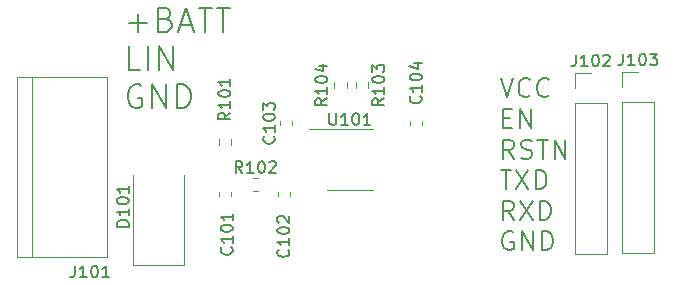
<source format=gbr>
%TF.GenerationSoftware,KiCad,Pcbnew,7.0.2*%
%TF.CreationDate,2023-10-12T22:53:16+02:00*%
%TF.ProjectId,tja1018-breakout,746a6131-3031-4382-9d62-7265616b6f75,rev?*%
%TF.SameCoordinates,Original*%
%TF.FileFunction,Legend,Top*%
%TF.FilePolarity,Positive*%
%FSLAX46Y46*%
G04 Gerber Fmt 4.6, Leading zero omitted, Abs format (unit mm)*
G04 Created by KiCad (PCBNEW 7.0.2) date 2023-10-12 22:53:16*
%MOMM*%
%LPD*%
G01*
G04 APERTURE LIST*
%ADD10C,0.150000*%
%ADD11C,0.120000*%
G04 APERTURE END LIST*
D10*
X63876190Y-77313333D02*
X65400000Y-77313333D01*
X64638095Y-78075238D02*
X64638095Y-76551428D01*
X67019047Y-77027619D02*
X67304761Y-77122857D01*
X67304761Y-77122857D02*
X67399999Y-77218095D01*
X67399999Y-77218095D02*
X67495237Y-77408571D01*
X67495237Y-77408571D02*
X67495237Y-77694285D01*
X67495237Y-77694285D02*
X67399999Y-77884761D01*
X67399999Y-77884761D02*
X67304761Y-77980000D01*
X67304761Y-77980000D02*
X67114285Y-78075238D01*
X67114285Y-78075238D02*
X66352380Y-78075238D01*
X66352380Y-78075238D02*
X66352380Y-76075238D01*
X66352380Y-76075238D02*
X67019047Y-76075238D01*
X67019047Y-76075238D02*
X67209523Y-76170476D01*
X67209523Y-76170476D02*
X67304761Y-76265714D01*
X67304761Y-76265714D02*
X67399999Y-76456190D01*
X67399999Y-76456190D02*
X67399999Y-76646666D01*
X67399999Y-76646666D02*
X67304761Y-76837142D01*
X67304761Y-76837142D02*
X67209523Y-76932380D01*
X67209523Y-76932380D02*
X67019047Y-77027619D01*
X67019047Y-77027619D02*
X66352380Y-77027619D01*
X68257142Y-77503809D02*
X69209523Y-77503809D01*
X68066666Y-78075238D02*
X68733332Y-76075238D01*
X68733332Y-76075238D02*
X69399999Y-78075238D01*
X69780952Y-76075238D02*
X70923809Y-76075238D01*
X70352380Y-78075238D02*
X70352380Y-76075238D01*
X71304762Y-76075238D02*
X72447619Y-76075238D01*
X71876190Y-78075238D02*
X71876190Y-76075238D01*
X64828571Y-81315238D02*
X63876190Y-81315238D01*
X63876190Y-81315238D02*
X63876190Y-79315238D01*
X65495238Y-81315238D02*
X65495238Y-79315238D01*
X66447619Y-81315238D02*
X66447619Y-79315238D01*
X66447619Y-79315238D02*
X67590476Y-81315238D01*
X67590476Y-81315238D02*
X67590476Y-79315238D01*
X64923809Y-82650476D02*
X64733333Y-82555238D01*
X64733333Y-82555238D02*
X64447619Y-82555238D01*
X64447619Y-82555238D02*
X64161904Y-82650476D01*
X64161904Y-82650476D02*
X63971428Y-82840952D01*
X63971428Y-82840952D02*
X63876190Y-83031428D01*
X63876190Y-83031428D02*
X63780952Y-83412380D01*
X63780952Y-83412380D02*
X63780952Y-83698095D01*
X63780952Y-83698095D02*
X63876190Y-84079047D01*
X63876190Y-84079047D02*
X63971428Y-84269523D01*
X63971428Y-84269523D02*
X64161904Y-84460000D01*
X64161904Y-84460000D02*
X64447619Y-84555238D01*
X64447619Y-84555238D02*
X64638095Y-84555238D01*
X64638095Y-84555238D02*
X64923809Y-84460000D01*
X64923809Y-84460000D02*
X65019047Y-84364761D01*
X65019047Y-84364761D02*
X65019047Y-83698095D01*
X65019047Y-83698095D02*
X64638095Y-83698095D01*
X65876190Y-84555238D02*
X65876190Y-82555238D01*
X65876190Y-82555238D02*
X67019047Y-84555238D01*
X67019047Y-84555238D02*
X67019047Y-82555238D01*
X67971428Y-84555238D02*
X67971428Y-82555238D01*
X67971428Y-82555238D02*
X68447618Y-82555238D01*
X68447618Y-82555238D02*
X68733333Y-82650476D01*
X68733333Y-82650476D02*
X68923809Y-82840952D01*
X68923809Y-82840952D02*
X69019047Y-83031428D01*
X69019047Y-83031428D02*
X69114285Y-83412380D01*
X69114285Y-83412380D02*
X69114285Y-83698095D01*
X69114285Y-83698095D02*
X69019047Y-84079047D01*
X69019047Y-84079047D02*
X68923809Y-84269523D01*
X68923809Y-84269523D02*
X68733333Y-84460000D01*
X68733333Y-84460000D02*
X68447618Y-84555238D01*
X68447618Y-84555238D02*
X67971428Y-84555238D01*
X95352380Y-82044190D02*
X95885714Y-83644190D01*
X95885714Y-83644190D02*
X96419047Y-82044190D01*
X97866667Y-83491809D02*
X97790476Y-83568000D01*
X97790476Y-83568000D02*
X97561905Y-83644190D01*
X97561905Y-83644190D02*
X97409524Y-83644190D01*
X97409524Y-83644190D02*
X97180952Y-83568000D01*
X97180952Y-83568000D02*
X97028571Y-83415619D01*
X97028571Y-83415619D02*
X96952381Y-83263238D01*
X96952381Y-83263238D02*
X96876190Y-82958476D01*
X96876190Y-82958476D02*
X96876190Y-82729904D01*
X96876190Y-82729904D02*
X96952381Y-82425142D01*
X96952381Y-82425142D02*
X97028571Y-82272761D01*
X97028571Y-82272761D02*
X97180952Y-82120380D01*
X97180952Y-82120380D02*
X97409524Y-82044190D01*
X97409524Y-82044190D02*
X97561905Y-82044190D01*
X97561905Y-82044190D02*
X97790476Y-82120380D01*
X97790476Y-82120380D02*
X97866667Y-82196571D01*
X99466667Y-83491809D02*
X99390476Y-83568000D01*
X99390476Y-83568000D02*
X99161905Y-83644190D01*
X99161905Y-83644190D02*
X99009524Y-83644190D01*
X99009524Y-83644190D02*
X98780952Y-83568000D01*
X98780952Y-83568000D02*
X98628571Y-83415619D01*
X98628571Y-83415619D02*
X98552381Y-83263238D01*
X98552381Y-83263238D02*
X98476190Y-82958476D01*
X98476190Y-82958476D02*
X98476190Y-82729904D01*
X98476190Y-82729904D02*
X98552381Y-82425142D01*
X98552381Y-82425142D02*
X98628571Y-82272761D01*
X98628571Y-82272761D02*
X98780952Y-82120380D01*
X98780952Y-82120380D02*
X99009524Y-82044190D01*
X99009524Y-82044190D02*
X99161905Y-82044190D01*
X99161905Y-82044190D02*
X99390476Y-82120380D01*
X99390476Y-82120380D02*
X99466667Y-82196571D01*
X95580952Y-85398095D02*
X96114285Y-85398095D01*
X96342857Y-86236190D02*
X95580952Y-86236190D01*
X95580952Y-86236190D02*
X95580952Y-84636190D01*
X95580952Y-84636190D02*
X96342857Y-84636190D01*
X97028571Y-86236190D02*
X97028571Y-84636190D01*
X97028571Y-84636190D02*
X97942857Y-86236190D01*
X97942857Y-86236190D02*
X97942857Y-84636190D01*
X96495238Y-88828190D02*
X95961904Y-88066285D01*
X95580952Y-88828190D02*
X95580952Y-87228190D01*
X95580952Y-87228190D02*
X96190476Y-87228190D01*
X96190476Y-87228190D02*
X96342857Y-87304380D01*
X96342857Y-87304380D02*
X96419047Y-87380571D01*
X96419047Y-87380571D02*
X96495238Y-87532952D01*
X96495238Y-87532952D02*
X96495238Y-87761523D01*
X96495238Y-87761523D02*
X96419047Y-87913904D01*
X96419047Y-87913904D02*
X96342857Y-87990095D01*
X96342857Y-87990095D02*
X96190476Y-88066285D01*
X96190476Y-88066285D02*
X95580952Y-88066285D01*
X97104761Y-88752000D02*
X97333333Y-88828190D01*
X97333333Y-88828190D02*
X97714285Y-88828190D01*
X97714285Y-88828190D02*
X97866666Y-88752000D01*
X97866666Y-88752000D02*
X97942857Y-88675809D01*
X97942857Y-88675809D02*
X98019047Y-88523428D01*
X98019047Y-88523428D02*
X98019047Y-88371047D01*
X98019047Y-88371047D02*
X97942857Y-88218666D01*
X97942857Y-88218666D02*
X97866666Y-88142476D01*
X97866666Y-88142476D02*
X97714285Y-88066285D01*
X97714285Y-88066285D02*
X97409523Y-87990095D01*
X97409523Y-87990095D02*
X97257142Y-87913904D01*
X97257142Y-87913904D02*
X97180952Y-87837714D01*
X97180952Y-87837714D02*
X97104761Y-87685333D01*
X97104761Y-87685333D02*
X97104761Y-87532952D01*
X97104761Y-87532952D02*
X97180952Y-87380571D01*
X97180952Y-87380571D02*
X97257142Y-87304380D01*
X97257142Y-87304380D02*
X97409523Y-87228190D01*
X97409523Y-87228190D02*
X97790476Y-87228190D01*
X97790476Y-87228190D02*
X98019047Y-87304380D01*
X98476190Y-87228190D02*
X99390476Y-87228190D01*
X98933333Y-88828190D02*
X98933333Y-87228190D01*
X99923810Y-88828190D02*
X99923810Y-87228190D01*
X99923810Y-87228190D02*
X100838096Y-88828190D01*
X100838096Y-88828190D02*
X100838096Y-87228190D01*
X95352380Y-89820190D02*
X96266666Y-89820190D01*
X95809523Y-91420190D02*
X95809523Y-89820190D01*
X96647619Y-89820190D02*
X97714286Y-91420190D01*
X97714286Y-89820190D02*
X96647619Y-91420190D01*
X98323810Y-91420190D02*
X98323810Y-89820190D01*
X98323810Y-89820190D02*
X98704762Y-89820190D01*
X98704762Y-89820190D02*
X98933334Y-89896380D01*
X98933334Y-89896380D02*
X99085715Y-90048761D01*
X99085715Y-90048761D02*
X99161905Y-90201142D01*
X99161905Y-90201142D02*
X99238096Y-90505904D01*
X99238096Y-90505904D02*
X99238096Y-90734476D01*
X99238096Y-90734476D02*
X99161905Y-91039238D01*
X99161905Y-91039238D02*
X99085715Y-91191619D01*
X99085715Y-91191619D02*
X98933334Y-91344000D01*
X98933334Y-91344000D02*
X98704762Y-91420190D01*
X98704762Y-91420190D02*
X98323810Y-91420190D01*
X96495238Y-94012190D02*
X95961904Y-93250285D01*
X95580952Y-94012190D02*
X95580952Y-92412190D01*
X95580952Y-92412190D02*
X96190476Y-92412190D01*
X96190476Y-92412190D02*
X96342857Y-92488380D01*
X96342857Y-92488380D02*
X96419047Y-92564571D01*
X96419047Y-92564571D02*
X96495238Y-92716952D01*
X96495238Y-92716952D02*
X96495238Y-92945523D01*
X96495238Y-92945523D02*
X96419047Y-93097904D01*
X96419047Y-93097904D02*
X96342857Y-93174095D01*
X96342857Y-93174095D02*
X96190476Y-93250285D01*
X96190476Y-93250285D02*
X95580952Y-93250285D01*
X97028571Y-92412190D02*
X98095238Y-94012190D01*
X98095238Y-92412190D02*
X97028571Y-94012190D01*
X98704762Y-94012190D02*
X98704762Y-92412190D01*
X98704762Y-92412190D02*
X99085714Y-92412190D01*
X99085714Y-92412190D02*
X99314286Y-92488380D01*
X99314286Y-92488380D02*
X99466667Y-92640761D01*
X99466667Y-92640761D02*
X99542857Y-92793142D01*
X99542857Y-92793142D02*
X99619048Y-93097904D01*
X99619048Y-93097904D02*
X99619048Y-93326476D01*
X99619048Y-93326476D02*
X99542857Y-93631238D01*
X99542857Y-93631238D02*
X99466667Y-93783619D01*
X99466667Y-93783619D02*
X99314286Y-93936000D01*
X99314286Y-93936000D02*
X99085714Y-94012190D01*
X99085714Y-94012190D02*
X98704762Y-94012190D01*
X96419047Y-95080380D02*
X96266666Y-95004190D01*
X96266666Y-95004190D02*
X96038095Y-95004190D01*
X96038095Y-95004190D02*
X95809523Y-95080380D01*
X95809523Y-95080380D02*
X95657142Y-95232761D01*
X95657142Y-95232761D02*
X95580952Y-95385142D01*
X95580952Y-95385142D02*
X95504761Y-95689904D01*
X95504761Y-95689904D02*
X95504761Y-95918476D01*
X95504761Y-95918476D02*
X95580952Y-96223238D01*
X95580952Y-96223238D02*
X95657142Y-96375619D01*
X95657142Y-96375619D02*
X95809523Y-96528000D01*
X95809523Y-96528000D02*
X96038095Y-96604190D01*
X96038095Y-96604190D02*
X96190476Y-96604190D01*
X96190476Y-96604190D02*
X96419047Y-96528000D01*
X96419047Y-96528000D02*
X96495238Y-96451809D01*
X96495238Y-96451809D02*
X96495238Y-95918476D01*
X96495238Y-95918476D02*
X96190476Y-95918476D01*
X97180952Y-96604190D02*
X97180952Y-95004190D01*
X97180952Y-95004190D02*
X98095238Y-96604190D01*
X98095238Y-96604190D02*
X98095238Y-95004190D01*
X98857142Y-96604190D02*
X98857142Y-95004190D01*
X98857142Y-95004190D02*
X99238094Y-95004190D01*
X99238094Y-95004190D02*
X99466666Y-95080380D01*
X99466666Y-95080380D02*
X99619047Y-95232761D01*
X99619047Y-95232761D02*
X99695237Y-95385142D01*
X99695237Y-95385142D02*
X99771428Y-95689904D01*
X99771428Y-95689904D02*
X99771428Y-95918476D01*
X99771428Y-95918476D02*
X99695237Y-96223238D01*
X99695237Y-96223238D02*
X99619047Y-96375619D01*
X99619047Y-96375619D02*
X99466666Y-96528000D01*
X99466666Y-96528000D02*
X99238094Y-96604190D01*
X99238094Y-96604190D02*
X98857142Y-96604190D01*
%TO.C,J103*%
X105714285Y-79937619D02*
X105714285Y-80651904D01*
X105714285Y-80651904D02*
X105666666Y-80794761D01*
X105666666Y-80794761D02*
X105571428Y-80890000D01*
X105571428Y-80890000D02*
X105428571Y-80937619D01*
X105428571Y-80937619D02*
X105333333Y-80937619D01*
X106714285Y-80937619D02*
X106142857Y-80937619D01*
X106428571Y-80937619D02*
X106428571Y-79937619D01*
X106428571Y-79937619D02*
X106333333Y-80080476D01*
X106333333Y-80080476D02*
X106238095Y-80175714D01*
X106238095Y-80175714D02*
X106142857Y-80223333D01*
X107333333Y-79937619D02*
X107428571Y-79937619D01*
X107428571Y-79937619D02*
X107523809Y-79985238D01*
X107523809Y-79985238D02*
X107571428Y-80032857D01*
X107571428Y-80032857D02*
X107619047Y-80128095D01*
X107619047Y-80128095D02*
X107666666Y-80318571D01*
X107666666Y-80318571D02*
X107666666Y-80556666D01*
X107666666Y-80556666D02*
X107619047Y-80747142D01*
X107619047Y-80747142D02*
X107571428Y-80842380D01*
X107571428Y-80842380D02*
X107523809Y-80890000D01*
X107523809Y-80890000D02*
X107428571Y-80937619D01*
X107428571Y-80937619D02*
X107333333Y-80937619D01*
X107333333Y-80937619D02*
X107238095Y-80890000D01*
X107238095Y-80890000D02*
X107190476Y-80842380D01*
X107190476Y-80842380D02*
X107142857Y-80747142D01*
X107142857Y-80747142D02*
X107095238Y-80556666D01*
X107095238Y-80556666D02*
X107095238Y-80318571D01*
X107095238Y-80318571D02*
X107142857Y-80128095D01*
X107142857Y-80128095D02*
X107190476Y-80032857D01*
X107190476Y-80032857D02*
X107238095Y-79985238D01*
X107238095Y-79985238D02*
X107333333Y-79937619D01*
X108000000Y-79937619D02*
X108619047Y-79937619D01*
X108619047Y-79937619D02*
X108285714Y-80318571D01*
X108285714Y-80318571D02*
X108428571Y-80318571D01*
X108428571Y-80318571D02*
X108523809Y-80366190D01*
X108523809Y-80366190D02*
X108571428Y-80413809D01*
X108571428Y-80413809D02*
X108619047Y-80509047D01*
X108619047Y-80509047D02*
X108619047Y-80747142D01*
X108619047Y-80747142D02*
X108571428Y-80842380D01*
X108571428Y-80842380D02*
X108523809Y-80890000D01*
X108523809Y-80890000D02*
X108428571Y-80937619D01*
X108428571Y-80937619D02*
X108142857Y-80937619D01*
X108142857Y-80937619D02*
X108047619Y-80890000D01*
X108047619Y-80890000D02*
X108000000Y-80842380D01*
%TO.C,J102*%
X101714285Y-80022619D02*
X101714285Y-80736904D01*
X101714285Y-80736904D02*
X101666666Y-80879761D01*
X101666666Y-80879761D02*
X101571428Y-80975000D01*
X101571428Y-80975000D02*
X101428571Y-81022619D01*
X101428571Y-81022619D02*
X101333333Y-81022619D01*
X102714285Y-81022619D02*
X102142857Y-81022619D01*
X102428571Y-81022619D02*
X102428571Y-80022619D01*
X102428571Y-80022619D02*
X102333333Y-80165476D01*
X102333333Y-80165476D02*
X102238095Y-80260714D01*
X102238095Y-80260714D02*
X102142857Y-80308333D01*
X103333333Y-80022619D02*
X103428571Y-80022619D01*
X103428571Y-80022619D02*
X103523809Y-80070238D01*
X103523809Y-80070238D02*
X103571428Y-80117857D01*
X103571428Y-80117857D02*
X103619047Y-80213095D01*
X103619047Y-80213095D02*
X103666666Y-80403571D01*
X103666666Y-80403571D02*
X103666666Y-80641666D01*
X103666666Y-80641666D02*
X103619047Y-80832142D01*
X103619047Y-80832142D02*
X103571428Y-80927380D01*
X103571428Y-80927380D02*
X103523809Y-80975000D01*
X103523809Y-80975000D02*
X103428571Y-81022619D01*
X103428571Y-81022619D02*
X103333333Y-81022619D01*
X103333333Y-81022619D02*
X103238095Y-80975000D01*
X103238095Y-80975000D02*
X103190476Y-80927380D01*
X103190476Y-80927380D02*
X103142857Y-80832142D01*
X103142857Y-80832142D02*
X103095238Y-80641666D01*
X103095238Y-80641666D02*
X103095238Y-80403571D01*
X103095238Y-80403571D02*
X103142857Y-80213095D01*
X103142857Y-80213095D02*
X103190476Y-80117857D01*
X103190476Y-80117857D02*
X103238095Y-80070238D01*
X103238095Y-80070238D02*
X103333333Y-80022619D01*
X104047619Y-80117857D02*
X104095238Y-80070238D01*
X104095238Y-80070238D02*
X104190476Y-80022619D01*
X104190476Y-80022619D02*
X104428571Y-80022619D01*
X104428571Y-80022619D02*
X104523809Y-80070238D01*
X104523809Y-80070238D02*
X104571428Y-80117857D01*
X104571428Y-80117857D02*
X104619047Y-80213095D01*
X104619047Y-80213095D02*
X104619047Y-80308333D01*
X104619047Y-80308333D02*
X104571428Y-80451190D01*
X104571428Y-80451190D02*
X104000000Y-81022619D01*
X104000000Y-81022619D02*
X104619047Y-81022619D01*
%TO.C,D101*%
X63862619Y-94590475D02*
X62862619Y-94590475D01*
X62862619Y-94590475D02*
X62862619Y-94352380D01*
X62862619Y-94352380D02*
X62910238Y-94209523D01*
X62910238Y-94209523D02*
X63005476Y-94114285D01*
X63005476Y-94114285D02*
X63100714Y-94066666D01*
X63100714Y-94066666D02*
X63291190Y-94019047D01*
X63291190Y-94019047D02*
X63434047Y-94019047D01*
X63434047Y-94019047D02*
X63624523Y-94066666D01*
X63624523Y-94066666D02*
X63719761Y-94114285D01*
X63719761Y-94114285D02*
X63815000Y-94209523D01*
X63815000Y-94209523D02*
X63862619Y-94352380D01*
X63862619Y-94352380D02*
X63862619Y-94590475D01*
X63862619Y-93066666D02*
X63862619Y-93638094D01*
X63862619Y-93352380D02*
X62862619Y-93352380D01*
X62862619Y-93352380D02*
X63005476Y-93447618D01*
X63005476Y-93447618D02*
X63100714Y-93542856D01*
X63100714Y-93542856D02*
X63148333Y-93638094D01*
X62862619Y-92447618D02*
X62862619Y-92352380D01*
X62862619Y-92352380D02*
X62910238Y-92257142D01*
X62910238Y-92257142D02*
X62957857Y-92209523D01*
X62957857Y-92209523D02*
X63053095Y-92161904D01*
X63053095Y-92161904D02*
X63243571Y-92114285D01*
X63243571Y-92114285D02*
X63481666Y-92114285D01*
X63481666Y-92114285D02*
X63672142Y-92161904D01*
X63672142Y-92161904D02*
X63767380Y-92209523D01*
X63767380Y-92209523D02*
X63815000Y-92257142D01*
X63815000Y-92257142D02*
X63862619Y-92352380D01*
X63862619Y-92352380D02*
X63862619Y-92447618D01*
X63862619Y-92447618D02*
X63815000Y-92542856D01*
X63815000Y-92542856D02*
X63767380Y-92590475D01*
X63767380Y-92590475D02*
X63672142Y-92638094D01*
X63672142Y-92638094D02*
X63481666Y-92685713D01*
X63481666Y-92685713D02*
X63243571Y-92685713D01*
X63243571Y-92685713D02*
X63053095Y-92638094D01*
X63053095Y-92638094D02*
X62957857Y-92590475D01*
X62957857Y-92590475D02*
X62910238Y-92542856D01*
X62910238Y-92542856D02*
X62862619Y-92447618D01*
X63862619Y-91161904D02*
X63862619Y-91733332D01*
X63862619Y-91447618D02*
X62862619Y-91447618D01*
X62862619Y-91447618D02*
X63005476Y-91542856D01*
X63005476Y-91542856D02*
X63100714Y-91638094D01*
X63100714Y-91638094D02*
X63148333Y-91733332D01*
%TO.C,R104*%
X80662619Y-83744047D02*
X80186428Y-84077380D01*
X80662619Y-84315475D02*
X79662619Y-84315475D01*
X79662619Y-84315475D02*
X79662619Y-83934523D01*
X79662619Y-83934523D02*
X79710238Y-83839285D01*
X79710238Y-83839285D02*
X79757857Y-83791666D01*
X79757857Y-83791666D02*
X79853095Y-83744047D01*
X79853095Y-83744047D02*
X79995952Y-83744047D01*
X79995952Y-83744047D02*
X80091190Y-83791666D01*
X80091190Y-83791666D02*
X80138809Y-83839285D01*
X80138809Y-83839285D02*
X80186428Y-83934523D01*
X80186428Y-83934523D02*
X80186428Y-84315475D01*
X80662619Y-82791666D02*
X80662619Y-83363094D01*
X80662619Y-83077380D02*
X79662619Y-83077380D01*
X79662619Y-83077380D02*
X79805476Y-83172618D01*
X79805476Y-83172618D02*
X79900714Y-83267856D01*
X79900714Y-83267856D02*
X79948333Y-83363094D01*
X79662619Y-82172618D02*
X79662619Y-82077380D01*
X79662619Y-82077380D02*
X79710238Y-81982142D01*
X79710238Y-81982142D02*
X79757857Y-81934523D01*
X79757857Y-81934523D02*
X79853095Y-81886904D01*
X79853095Y-81886904D02*
X80043571Y-81839285D01*
X80043571Y-81839285D02*
X80281666Y-81839285D01*
X80281666Y-81839285D02*
X80472142Y-81886904D01*
X80472142Y-81886904D02*
X80567380Y-81934523D01*
X80567380Y-81934523D02*
X80615000Y-81982142D01*
X80615000Y-81982142D02*
X80662619Y-82077380D01*
X80662619Y-82077380D02*
X80662619Y-82172618D01*
X80662619Y-82172618D02*
X80615000Y-82267856D01*
X80615000Y-82267856D02*
X80567380Y-82315475D01*
X80567380Y-82315475D02*
X80472142Y-82363094D01*
X80472142Y-82363094D02*
X80281666Y-82410713D01*
X80281666Y-82410713D02*
X80043571Y-82410713D01*
X80043571Y-82410713D02*
X79853095Y-82363094D01*
X79853095Y-82363094D02*
X79757857Y-82315475D01*
X79757857Y-82315475D02*
X79710238Y-82267856D01*
X79710238Y-82267856D02*
X79662619Y-82172618D01*
X79995952Y-80982142D02*
X80662619Y-80982142D01*
X79615000Y-81220237D02*
X80329285Y-81458332D01*
X80329285Y-81458332D02*
X80329285Y-80839285D01*
%TO.C,R103*%
X85492619Y-83744047D02*
X85016428Y-84077380D01*
X85492619Y-84315475D02*
X84492619Y-84315475D01*
X84492619Y-84315475D02*
X84492619Y-83934523D01*
X84492619Y-83934523D02*
X84540238Y-83839285D01*
X84540238Y-83839285D02*
X84587857Y-83791666D01*
X84587857Y-83791666D02*
X84683095Y-83744047D01*
X84683095Y-83744047D02*
X84825952Y-83744047D01*
X84825952Y-83744047D02*
X84921190Y-83791666D01*
X84921190Y-83791666D02*
X84968809Y-83839285D01*
X84968809Y-83839285D02*
X85016428Y-83934523D01*
X85016428Y-83934523D02*
X85016428Y-84315475D01*
X85492619Y-82791666D02*
X85492619Y-83363094D01*
X85492619Y-83077380D02*
X84492619Y-83077380D01*
X84492619Y-83077380D02*
X84635476Y-83172618D01*
X84635476Y-83172618D02*
X84730714Y-83267856D01*
X84730714Y-83267856D02*
X84778333Y-83363094D01*
X84492619Y-82172618D02*
X84492619Y-82077380D01*
X84492619Y-82077380D02*
X84540238Y-81982142D01*
X84540238Y-81982142D02*
X84587857Y-81934523D01*
X84587857Y-81934523D02*
X84683095Y-81886904D01*
X84683095Y-81886904D02*
X84873571Y-81839285D01*
X84873571Y-81839285D02*
X85111666Y-81839285D01*
X85111666Y-81839285D02*
X85302142Y-81886904D01*
X85302142Y-81886904D02*
X85397380Y-81934523D01*
X85397380Y-81934523D02*
X85445000Y-81982142D01*
X85445000Y-81982142D02*
X85492619Y-82077380D01*
X85492619Y-82077380D02*
X85492619Y-82172618D01*
X85492619Y-82172618D02*
X85445000Y-82267856D01*
X85445000Y-82267856D02*
X85397380Y-82315475D01*
X85397380Y-82315475D02*
X85302142Y-82363094D01*
X85302142Y-82363094D02*
X85111666Y-82410713D01*
X85111666Y-82410713D02*
X84873571Y-82410713D01*
X84873571Y-82410713D02*
X84683095Y-82363094D01*
X84683095Y-82363094D02*
X84587857Y-82315475D01*
X84587857Y-82315475D02*
X84540238Y-82267856D01*
X84540238Y-82267856D02*
X84492619Y-82172618D01*
X84492619Y-81505951D02*
X84492619Y-80886904D01*
X84492619Y-80886904D02*
X84873571Y-81220237D01*
X84873571Y-81220237D02*
X84873571Y-81077380D01*
X84873571Y-81077380D02*
X84921190Y-80982142D01*
X84921190Y-80982142D02*
X84968809Y-80934523D01*
X84968809Y-80934523D02*
X85064047Y-80886904D01*
X85064047Y-80886904D02*
X85302142Y-80886904D01*
X85302142Y-80886904D02*
X85397380Y-80934523D01*
X85397380Y-80934523D02*
X85445000Y-80982142D01*
X85445000Y-80982142D02*
X85492619Y-81077380D01*
X85492619Y-81077380D02*
X85492619Y-81363094D01*
X85492619Y-81363094D02*
X85445000Y-81458332D01*
X85445000Y-81458332D02*
X85397380Y-81505951D01*
%TO.C,R102*%
X73480952Y-90057619D02*
X73147619Y-89581428D01*
X72909524Y-90057619D02*
X72909524Y-89057619D01*
X72909524Y-89057619D02*
X73290476Y-89057619D01*
X73290476Y-89057619D02*
X73385714Y-89105238D01*
X73385714Y-89105238D02*
X73433333Y-89152857D01*
X73433333Y-89152857D02*
X73480952Y-89248095D01*
X73480952Y-89248095D02*
X73480952Y-89390952D01*
X73480952Y-89390952D02*
X73433333Y-89486190D01*
X73433333Y-89486190D02*
X73385714Y-89533809D01*
X73385714Y-89533809D02*
X73290476Y-89581428D01*
X73290476Y-89581428D02*
X72909524Y-89581428D01*
X74433333Y-90057619D02*
X73861905Y-90057619D01*
X74147619Y-90057619D02*
X74147619Y-89057619D01*
X74147619Y-89057619D02*
X74052381Y-89200476D01*
X74052381Y-89200476D02*
X73957143Y-89295714D01*
X73957143Y-89295714D02*
X73861905Y-89343333D01*
X75052381Y-89057619D02*
X75147619Y-89057619D01*
X75147619Y-89057619D02*
X75242857Y-89105238D01*
X75242857Y-89105238D02*
X75290476Y-89152857D01*
X75290476Y-89152857D02*
X75338095Y-89248095D01*
X75338095Y-89248095D02*
X75385714Y-89438571D01*
X75385714Y-89438571D02*
X75385714Y-89676666D01*
X75385714Y-89676666D02*
X75338095Y-89867142D01*
X75338095Y-89867142D02*
X75290476Y-89962380D01*
X75290476Y-89962380D02*
X75242857Y-90010000D01*
X75242857Y-90010000D02*
X75147619Y-90057619D01*
X75147619Y-90057619D02*
X75052381Y-90057619D01*
X75052381Y-90057619D02*
X74957143Y-90010000D01*
X74957143Y-90010000D02*
X74909524Y-89962380D01*
X74909524Y-89962380D02*
X74861905Y-89867142D01*
X74861905Y-89867142D02*
X74814286Y-89676666D01*
X74814286Y-89676666D02*
X74814286Y-89438571D01*
X74814286Y-89438571D02*
X74861905Y-89248095D01*
X74861905Y-89248095D02*
X74909524Y-89152857D01*
X74909524Y-89152857D02*
X74957143Y-89105238D01*
X74957143Y-89105238D02*
X75052381Y-89057619D01*
X75766667Y-89152857D02*
X75814286Y-89105238D01*
X75814286Y-89105238D02*
X75909524Y-89057619D01*
X75909524Y-89057619D02*
X76147619Y-89057619D01*
X76147619Y-89057619D02*
X76242857Y-89105238D01*
X76242857Y-89105238D02*
X76290476Y-89152857D01*
X76290476Y-89152857D02*
X76338095Y-89248095D01*
X76338095Y-89248095D02*
X76338095Y-89343333D01*
X76338095Y-89343333D02*
X76290476Y-89486190D01*
X76290476Y-89486190D02*
X75719048Y-90057619D01*
X75719048Y-90057619D02*
X76338095Y-90057619D01*
%TO.C,R101*%
X72462619Y-84944047D02*
X71986428Y-85277380D01*
X72462619Y-85515475D02*
X71462619Y-85515475D01*
X71462619Y-85515475D02*
X71462619Y-85134523D01*
X71462619Y-85134523D02*
X71510238Y-85039285D01*
X71510238Y-85039285D02*
X71557857Y-84991666D01*
X71557857Y-84991666D02*
X71653095Y-84944047D01*
X71653095Y-84944047D02*
X71795952Y-84944047D01*
X71795952Y-84944047D02*
X71891190Y-84991666D01*
X71891190Y-84991666D02*
X71938809Y-85039285D01*
X71938809Y-85039285D02*
X71986428Y-85134523D01*
X71986428Y-85134523D02*
X71986428Y-85515475D01*
X72462619Y-83991666D02*
X72462619Y-84563094D01*
X72462619Y-84277380D02*
X71462619Y-84277380D01*
X71462619Y-84277380D02*
X71605476Y-84372618D01*
X71605476Y-84372618D02*
X71700714Y-84467856D01*
X71700714Y-84467856D02*
X71748333Y-84563094D01*
X71462619Y-83372618D02*
X71462619Y-83277380D01*
X71462619Y-83277380D02*
X71510238Y-83182142D01*
X71510238Y-83182142D02*
X71557857Y-83134523D01*
X71557857Y-83134523D02*
X71653095Y-83086904D01*
X71653095Y-83086904D02*
X71843571Y-83039285D01*
X71843571Y-83039285D02*
X72081666Y-83039285D01*
X72081666Y-83039285D02*
X72272142Y-83086904D01*
X72272142Y-83086904D02*
X72367380Y-83134523D01*
X72367380Y-83134523D02*
X72415000Y-83182142D01*
X72415000Y-83182142D02*
X72462619Y-83277380D01*
X72462619Y-83277380D02*
X72462619Y-83372618D01*
X72462619Y-83372618D02*
X72415000Y-83467856D01*
X72415000Y-83467856D02*
X72367380Y-83515475D01*
X72367380Y-83515475D02*
X72272142Y-83563094D01*
X72272142Y-83563094D02*
X72081666Y-83610713D01*
X72081666Y-83610713D02*
X71843571Y-83610713D01*
X71843571Y-83610713D02*
X71653095Y-83563094D01*
X71653095Y-83563094D02*
X71557857Y-83515475D01*
X71557857Y-83515475D02*
X71510238Y-83467856D01*
X71510238Y-83467856D02*
X71462619Y-83372618D01*
X72462619Y-82086904D02*
X72462619Y-82658332D01*
X72462619Y-82372618D02*
X71462619Y-82372618D01*
X71462619Y-82372618D02*
X71605476Y-82467856D01*
X71605476Y-82467856D02*
X71700714Y-82563094D01*
X71700714Y-82563094D02*
X71748333Y-82658332D01*
%TO.C,U101*%
X80860714Y-84992619D02*
X80860714Y-85802142D01*
X80860714Y-85802142D02*
X80908333Y-85897380D01*
X80908333Y-85897380D02*
X80955952Y-85945000D01*
X80955952Y-85945000D02*
X81051190Y-85992619D01*
X81051190Y-85992619D02*
X81241666Y-85992619D01*
X81241666Y-85992619D02*
X81336904Y-85945000D01*
X81336904Y-85945000D02*
X81384523Y-85897380D01*
X81384523Y-85897380D02*
X81432142Y-85802142D01*
X81432142Y-85802142D02*
X81432142Y-84992619D01*
X82432142Y-85992619D02*
X81860714Y-85992619D01*
X82146428Y-85992619D02*
X82146428Y-84992619D01*
X82146428Y-84992619D02*
X82051190Y-85135476D01*
X82051190Y-85135476D02*
X81955952Y-85230714D01*
X81955952Y-85230714D02*
X81860714Y-85278333D01*
X83051190Y-84992619D02*
X83146428Y-84992619D01*
X83146428Y-84992619D02*
X83241666Y-85040238D01*
X83241666Y-85040238D02*
X83289285Y-85087857D01*
X83289285Y-85087857D02*
X83336904Y-85183095D01*
X83336904Y-85183095D02*
X83384523Y-85373571D01*
X83384523Y-85373571D02*
X83384523Y-85611666D01*
X83384523Y-85611666D02*
X83336904Y-85802142D01*
X83336904Y-85802142D02*
X83289285Y-85897380D01*
X83289285Y-85897380D02*
X83241666Y-85945000D01*
X83241666Y-85945000D02*
X83146428Y-85992619D01*
X83146428Y-85992619D02*
X83051190Y-85992619D01*
X83051190Y-85992619D02*
X82955952Y-85945000D01*
X82955952Y-85945000D02*
X82908333Y-85897380D01*
X82908333Y-85897380D02*
X82860714Y-85802142D01*
X82860714Y-85802142D02*
X82813095Y-85611666D01*
X82813095Y-85611666D02*
X82813095Y-85373571D01*
X82813095Y-85373571D02*
X82860714Y-85183095D01*
X82860714Y-85183095D02*
X82908333Y-85087857D01*
X82908333Y-85087857D02*
X82955952Y-85040238D01*
X82955952Y-85040238D02*
X83051190Y-84992619D01*
X84336904Y-85992619D02*
X83765476Y-85992619D01*
X84051190Y-85992619D02*
X84051190Y-84992619D01*
X84051190Y-84992619D02*
X83955952Y-85135476D01*
X83955952Y-85135476D02*
X83860714Y-85230714D01*
X83860714Y-85230714D02*
X83765476Y-85278333D01*
%TO.C,J101*%
X59314285Y-97887619D02*
X59314285Y-98601904D01*
X59314285Y-98601904D02*
X59266666Y-98744761D01*
X59266666Y-98744761D02*
X59171428Y-98840000D01*
X59171428Y-98840000D02*
X59028571Y-98887619D01*
X59028571Y-98887619D02*
X58933333Y-98887619D01*
X60314285Y-98887619D02*
X59742857Y-98887619D01*
X60028571Y-98887619D02*
X60028571Y-97887619D01*
X60028571Y-97887619D02*
X59933333Y-98030476D01*
X59933333Y-98030476D02*
X59838095Y-98125714D01*
X59838095Y-98125714D02*
X59742857Y-98173333D01*
X60933333Y-97887619D02*
X61028571Y-97887619D01*
X61028571Y-97887619D02*
X61123809Y-97935238D01*
X61123809Y-97935238D02*
X61171428Y-97982857D01*
X61171428Y-97982857D02*
X61219047Y-98078095D01*
X61219047Y-98078095D02*
X61266666Y-98268571D01*
X61266666Y-98268571D02*
X61266666Y-98506666D01*
X61266666Y-98506666D02*
X61219047Y-98697142D01*
X61219047Y-98697142D02*
X61171428Y-98792380D01*
X61171428Y-98792380D02*
X61123809Y-98840000D01*
X61123809Y-98840000D02*
X61028571Y-98887619D01*
X61028571Y-98887619D02*
X60933333Y-98887619D01*
X60933333Y-98887619D02*
X60838095Y-98840000D01*
X60838095Y-98840000D02*
X60790476Y-98792380D01*
X60790476Y-98792380D02*
X60742857Y-98697142D01*
X60742857Y-98697142D02*
X60695238Y-98506666D01*
X60695238Y-98506666D02*
X60695238Y-98268571D01*
X60695238Y-98268571D02*
X60742857Y-98078095D01*
X60742857Y-98078095D02*
X60790476Y-97982857D01*
X60790476Y-97982857D02*
X60838095Y-97935238D01*
X60838095Y-97935238D02*
X60933333Y-97887619D01*
X62219047Y-98887619D02*
X61647619Y-98887619D01*
X61933333Y-98887619D02*
X61933333Y-97887619D01*
X61933333Y-97887619D02*
X61838095Y-98030476D01*
X61838095Y-98030476D02*
X61742857Y-98125714D01*
X61742857Y-98125714D02*
X61647619Y-98173333D01*
%TO.C,C104*%
X88567380Y-83544047D02*
X88615000Y-83591666D01*
X88615000Y-83591666D02*
X88662619Y-83734523D01*
X88662619Y-83734523D02*
X88662619Y-83829761D01*
X88662619Y-83829761D02*
X88615000Y-83972618D01*
X88615000Y-83972618D02*
X88519761Y-84067856D01*
X88519761Y-84067856D02*
X88424523Y-84115475D01*
X88424523Y-84115475D02*
X88234047Y-84163094D01*
X88234047Y-84163094D02*
X88091190Y-84163094D01*
X88091190Y-84163094D02*
X87900714Y-84115475D01*
X87900714Y-84115475D02*
X87805476Y-84067856D01*
X87805476Y-84067856D02*
X87710238Y-83972618D01*
X87710238Y-83972618D02*
X87662619Y-83829761D01*
X87662619Y-83829761D02*
X87662619Y-83734523D01*
X87662619Y-83734523D02*
X87710238Y-83591666D01*
X87710238Y-83591666D02*
X87757857Y-83544047D01*
X88662619Y-82591666D02*
X88662619Y-83163094D01*
X88662619Y-82877380D02*
X87662619Y-82877380D01*
X87662619Y-82877380D02*
X87805476Y-82972618D01*
X87805476Y-82972618D02*
X87900714Y-83067856D01*
X87900714Y-83067856D02*
X87948333Y-83163094D01*
X87662619Y-81972618D02*
X87662619Y-81877380D01*
X87662619Y-81877380D02*
X87710238Y-81782142D01*
X87710238Y-81782142D02*
X87757857Y-81734523D01*
X87757857Y-81734523D02*
X87853095Y-81686904D01*
X87853095Y-81686904D02*
X88043571Y-81639285D01*
X88043571Y-81639285D02*
X88281666Y-81639285D01*
X88281666Y-81639285D02*
X88472142Y-81686904D01*
X88472142Y-81686904D02*
X88567380Y-81734523D01*
X88567380Y-81734523D02*
X88615000Y-81782142D01*
X88615000Y-81782142D02*
X88662619Y-81877380D01*
X88662619Y-81877380D02*
X88662619Y-81972618D01*
X88662619Y-81972618D02*
X88615000Y-82067856D01*
X88615000Y-82067856D02*
X88567380Y-82115475D01*
X88567380Y-82115475D02*
X88472142Y-82163094D01*
X88472142Y-82163094D02*
X88281666Y-82210713D01*
X88281666Y-82210713D02*
X88043571Y-82210713D01*
X88043571Y-82210713D02*
X87853095Y-82163094D01*
X87853095Y-82163094D02*
X87757857Y-82115475D01*
X87757857Y-82115475D02*
X87710238Y-82067856D01*
X87710238Y-82067856D02*
X87662619Y-81972618D01*
X87995952Y-80782142D02*
X88662619Y-80782142D01*
X87615000Y-81020237D02*
X88329285Y-81258332D01*
X88329285Y-81258332D02*
X88329285Y-80639285D01*
%TO.C,C103*%
X76137380Y-86944047D02*
X76185000Y-86991666D01*
X76185000Y-86991666D02*
X76232619Y-87134523D01*
X76232619Y-87134523D02*
X76232619Y-87229761D01*
X76232619Y-87229761D02*
X76185000Y-87372618D01*
X76185000Y-87372618D02*
X76089761Y-87467856D01*
X76089761Y-87467856D02*
X75994523Y-87515475D01*
X75994523Y-87515475D02*
X75804047Y-87563094D01*
X75804047Y-87563094D02*
X75661190Y-87563094D01*
X75661190Y-87563094D02*
X75470714Y-87515475D01*
X75470714Y-87515475D02*
X75375476Y-87467856D01*
X75375476Y-87467856D02*
X75280238Y-87372618D01*
X75280238Y-87372618D02*
X75232619Y-87229761D01*
X75232619Y-87229761D02*
X75232619Y-87134523D01*
X75232619Y-87134523D02*
X75280238Y-86991666D01*
X75280238Y-86991666D02*
X75327857Y-86944047D01*
X76232619Y-85991666D02*
X76232619Y-86563094D01*
X76232619Y-86277380D02*
X75232619Y-86277380D01*
X75232619Y-86277380D02*
X75375476Y-86372618D01*
X75375476Y-86372618D02*
X75470714Y-86467856D01*
X75470714Y-86467856D02*
X75518333Y-86563094D01*
X75232619Y-85372618D02*
X75232619Y-85277380D01*
X75232619Y-85277380D02*
X75280238Y-85182142D01*
X75280238Y-85182142D02*
X75327857Y-85134523D01*
X75327857Y-85134523D02*
X75423095Y-85086904D01*
X75423095Y-85086904D02*
X75613571Y-85039285D01*
X75613571Y-85039285D02*
X75851666Y-85039285D01*
X75851666Y-85039285D02*
X76042142Y-85086904D01*
X76042142Y-85086904D02*
X76137380Y-85134523D01*
X76137380Y-85134523D02*
X76185000Y-85182142D01*
X76185000Y-85182142D02*
X76232619Y-85277380D01*
X76232619Y-85277380D02*
X76232619Y-85372618D01*
X76232619Y-85372618D02*
X76185000Y-85467856D01*
X76185000Y-85467856D02*
X76137380Y-85515475D01*
X76137380Y-85515475D02*
X76042142Y-85563094D01*
X76042142Y-85563094D02*
X75851666Y-85610713D01*
X75851666Y-85610713D02*
X75613571Y-85610713D01*
X75613571Y-85610713D02*
X75423095Y-85563094D01*
X75423095Y-85563094D02*
X75327857Y-85515475D01*
X75327857Y-85515475D02*
X75280238Y-85467856D01*
X75280238Y-85467856D02*
X75232619Y-85372618D01*
X75232619Y-84705951D02*
X75232619Y-84086904D01*
X75232619Y-84086904D02*
X75613571Y-84420237D01*
X75613571Y-84420237D02*
X75613571Y-84277380D01*
X75613571Y-84277380D02*
X75661190Y-84182142D01*
X75661190Y-84182142D02*
X75708809Y-84134523D01*
X75708809Y-84134523D02*
X75804047Y-84086904D01*
X75804047Y-84086904D02*
X76042142Y-84086904D01*
X76042142Y-84086904D02*
X76137380Y-84134523D01*
X76137380Y-84134523D02*
X76185000Y-84182142D01*
X76185000Y-84182142D02*
X76232619Y-84277380D01*
X76232619Y-84277380D02*
X76232619Y-84563094D01*
X76232619Y-84563094D02*
X76185000Y-84658332D01*
X76185000Y-84658332D02*
X76137380Y-84705951D01*
%TO.C,C102*%
X77367380Y-96544047D02*
X77415000Y-96591666D01*
X77415000Y-96591666D02*
X77462619Y-96734523D01*
X77462619Y-96734523D02*
X77462619Y-96829761D01*
X77462619Y-96829761D02*
X77415000Y-96972618D01*
X77415000Y-96972618D02*
X77319761Y-97067856D01*
X77319761Y-97067856D02*
X77224523Y-97115475D01*
X77224523Y-97115475D02*
X77034047Y-97163094D01*
X77034047Y-97163094D02*
X76891190Y-97163094D01*
X76891190Y-97163094D02*
X76700714Y-97115475D01*
X76700714Y-97115475D02*
X76605476Y-97067856D01*
X76605476Y-97067856D02*
X76510238Y-96972618D01*
X76510238Y-96972618D02*
X76462619Y-96829761D01*
X76462619Y-96829761D02*
X76462619Y-96734523D01*
X76462619Y-96734523D02*
X76510238Y-96591666D01*
X76510238Y-96591666D02*
X76557857Y-96544047D01*
X77462619Y-95591666D02*
X77462619Y-96163094D01*
X77462619Y-95877380D02*
X76462619Y-95877380D01*
X76462619Y-95877380D02*
X76605476Y-95972618D01*
X76605476Y-95972618D02*
X76700714Y-96067856D01*
X76700714Y-96067856D02*
X76748333Y-96163094D01*
X76462619Y-94972618D02*
X76462619Y-94877380D01*
X76462619Y-94877380D02*
X76510238Y-94782142D01*
X76510238Y-94782142D02*
X76557857Y-94734523D01*
X76557857Y-94734523D02*
X76653095Y-94686904D01*
X76653095Y-94686904D02*
X76843571Y-94639285D01*
X76843571Y-94639285D02*
X77081666Y-94639285D01*
X77081666Y-94639285D02*
X77272142Y-94686904D01*
X77272142Y-94686904D02*
X77367380Y-94734523D01*
X77367380Y-94734523D02*
X77415000Y-94782142D01*
X77415000Y-94782142D02*
X77462619Y-94877380D01*
X77462619Y-94877380D02*
X77462619Y-94972618D01*
X77462619Y-94972618D02*
X77415000Y-95067856D01*
X77415000Y-95067856D02*
X77367380Y-95115475D01*
X77367380Y-95115475D02*
X77272142Y-95163094D01*
X77272142Y-95163094D02*
X77081666Y-95210713D01*
X77081666Y-95210713D02*
X76843571Y-95210713D01*
X76843571Y-95210713D02*
X76653095Y-95163094D01*
X76653095Y-95163094D02*
X76557857Y-95115475D01*
X76557857Y-95115475D02*
X76510238Y-95067856D01*
X76510238Y-95067856D02*
X76462619Y-94972618D01*
X76557857Y-94258332D02*
X76510238Y-94210713D01*
X76510238Y-94210713D02*
X76462619Y-94115475D01*
X76462619Y-94115475D02*
X76462619Y-93877380D01*
X76462619Y-93877380D02*
X76510238Y-93782142D01*
X76510238Y-93782142D02*
X76557857Y-93734523D01*
X76557857Y-93734523D02*
X76653095Y-93686904D01*
X76653095Y-93686904D02*
X76748333Y-93686904D01*
X76748333Y-93686904D02*
X76891190Y-93734523D01*
X76891190Y-93734523D02*
X77462619Y-94305951D01*
X77462619Y-94305951D02*
X77462619Y-93686904D01*
%TO.C,C101*%
X72567380Y-96344047D02*
X72615000Y-96391666D01*
X72615000Y-96391666D02*
X72662619Y-96534523D01*
X72662619Y-96534523D02*
X72662619Y-96629761D01*
X72662619Y-96629761D02*
X72615000Y-96772618D01*
X72615000Y-96772618D02*
X72519761Y-96867856D01*
X72519761Y-96867856D02*
X72424523Y-96915475D01*
X72424523Y-96915475D02*
X72234047Y-96963094D01*
X72234047Y-96963094D02*
X72091190Y-96963094D01*
X72091190Y-96963094D02*
X71900714Y-96915475D01*
X71900714Y-96915475D02*
X71805476Y-96867856D01*
X71805476Y-96867856D02*
X71710238Y-96772618D01*
X71710238Y-96772618D02*
X71662619Y-96629761D01*
X71662619Y-96629761D02*
X71662619Y-96534523D01*
X71662619Y-96534523D02*
X71710238Y-96391666D01*
X71710238Y-96391666D02*
X71757857Y-96344047D01*
X72662619Y-95391666D02*
X72662619Y-95963094D01*
X72662619Y-95677380D02*
X71662619Y-95677380D01*
X71662619Y-95677380D02*
X71805476Y-95772618D01*
X71805476Y-95772618D02*
X71900714Y-95867856D01*
X71900714Y-95867856D02*
X71948333Y-95963094D01*
X71662619Y-94772618D02*
X71662619Y-94677380D01*
X71662619Y-94677380D02*
X71710238Y-94582142D01*
X71710238Y-94582142D02*
X71757857Y-94534523D01*
X71757857Y-94534523D02*
X71853095Y-94486904D01*
X71853095Y-94486904D02*
X72043571Y-94439285D01*
X72043571Y-94439285D02*
X72281666Y-94439285D01*
X72281666Y-94439285D02*
X72472142Y-94486904D01*
X72472142Y-94486904D02*
X72567380Y-94534523D01*
X72567380Y-94534523D02*
X72615000Y-94582142D01*
X72615000Y-94582142D02*
X72662619Y-94677380D01*
X72662619Y-94677380D02*
X72662619Y-94772618D01*
X72662619Y-94772618D02*
X72615000Y-94867856D01*
X72615000Y-94867856D02*
X72567380Y-94915475D01*
X72567380Y-94915475D02*
X72472142Y-94963094D01*
X72472142Y-94963094D02*
X72281666Y-95010713D01*
X72281666Y-95010713D02*
X72043571Y-95010713D01*
X72043571Y-95010713D02*
X71853095Y-94963094D01*
X71853095Y-94963094D02*
X71757857Y-94915475D01*
X71757857Y-94915475D02*
X71710238Y-94867856D01*
X71710238Y-94867856D02*
X71662619Y-94772618D01*
X72662619Y-93486904D02*
X72662619Y-94058332D01*
X72662619Y-93772618D02*
X71662619Y-93772618D01*
X71662619Y-93772618D02*
X71805476Y-93867856D01*
X71805476Y-93867856D02*
X71900714Y-93963094D01*
X71900714Y-93963094D02*
X71948333Y-94058332D01*
D11*
%TO.C,J103*%
X105670000Y-84075000D02*
X105670000Y-96835000D01*
X105670000Y-82805000D02*
X105670000Y-81475000D01*
X105670000Y-81475000D02*
X107000000Y-81475000D01*
X105670000Y-84075000D02*
X108330000Y-84075000D01*
X105670000Y-96835000D02*
X108330000Y-96835000D01*
X108330000Y-84075000D02*
X108330000Y-96835000D01*
%TO.C,J102*%
X101670000Y-84160000D02*
X101670000Y-96920000D01*
X101670000Y-82890000D02*
X101670000Y-81560000D01*
X101670000Y-81560000D02*
X103000000Y-81560000D01*
X101670000Y-84160000D02*
X104330000Y-84160000D01*
X101670000Y-96920000D02*
X104330000Y-96920000D01*
X104330000Y-84160000D02*
X104330000Y-96920000D01*
%TO.C,D101*%
X64250000Y-97860000D02*
X64250000Y-90200000D01*
X64250000Y-97860000D02*
X68550000Y-97860000D01*
X68550000Y-97860000D02*
X68550000Y-90200000D01*
%TO.C,R104*%
X81277500Y-82387742D02*
X81277500Y-82862258D01*
X82322500Y-82387742D02*
X82322500Y-82862258D01*
%TO.C,R103*%
X84122500Y-82387742D02*
X84122500Y-82862258D01*
X83077500Y-82387742D02*
X83077500Y-82862258D01*
%TO.C,R102*%
X74362742Y-91547500D02*
X74837258Y-91547500D01*
X74362742Y-90502500D02*
X74837258Y-90502500D01*
%TO.C,R101*%
X71477500Y-87187742D02*
X71477500Y-87662258D01*
X72522500Y-87187742D02*
X72522500Y-87662258D01*
%TO.C,U101*%
X82575000Y-86370000D02*
X84525000Y-86370000D01*
X82575000Y-91490000D02*
X80625000Y-91490000D01*
X82575000Y-91490000D02*
X84525000Y-91490000D01*
X82575000Y-86370000D02*
X79125000Y-86370000D01*
%TO.C,J101*%
X62010000Y-81925000D02*
X62010000Y-97165000D01*
X54390000Y-97165000D02*
X62010000Y-97165000D01*
X55660000Y-81925000D02*
X55660000Y-97165000D01*
X54390000Y-81925000D02*
X54390000Y-97165000D01*
X54390000Y-81925000D02*
X62010000Y-81925000D01*
%TO.C,C104*%
X88710000Y-85965580D02*
X88710000Y-85684420D01*
X87690000Y-85965580D02*
X87690000Y-85684420D01*
%TO.C,C103*%
X77710000Y-85965580D02*
X77710000Y-85684420D01*
X76690000Y-85965580D02*
X76690000Y-85684420D01*
%TO.C,C102*%
X76490000Y-91684420D02*
X76490000Y-91965580D01*
X77510000Y-91684420D02*
X77510000Y-91965580D01*
%TO.C,C101*%
X71490000Y-91684420D02*
X71490000Y-91965580D01*
X72510000Y-91684420D02*
X72510000Y-91965580D01*
%TD*%
M02*

</source>
